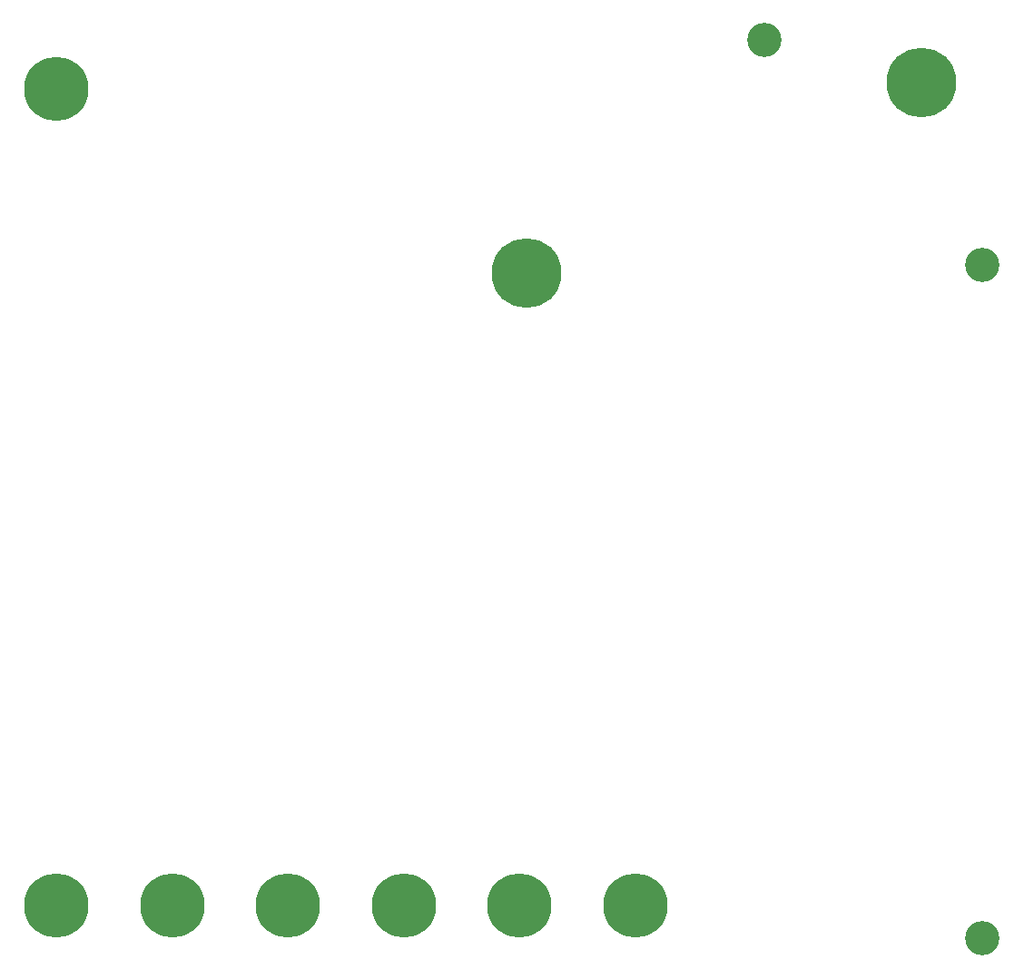
<source format=gts>
G04 #@! TF.GenerationSoftware,KiCad,Pcbnew,5.1.12-1.fc34*
G04 #@! TF.CreationDate,2022-01-17T20:52:51+01:00*
G04 #@! TF.ProjectId,lfo-panel,6c666f2d-7061-46e6-956c-2e6b69636164,rev?*
G04 #@! TF.SameCoordinates,Original*
G04 #@! TF.FileFunction,Soldermask,Top*
G04 #@! TF.FilePolarity,Negative*
%FSLAX46Y46*%
G04 Gerber Fmt 4.6, Leading zero omitted, Abs format (unit mm)*
G04 Created by KiCad (PCBNEW 5.1.12-1.fc34) date 2022-01-17 20:52:51*
%MOMM*%
%LPD*%
G01*
G04 APERTURE LIST*
%ADD10C,3.200000*%
%ADD11C,6.500000*%
%ADD12C,6.000000*%
G04 APERTURE END LIST*
D10*
X157480000Y-142240000D03*
X157480000Y-79375000D03*
X137160000Y-58420000D03*
D11*
X151805640Y-62349380D03*
X114975640Y-80129380D03*
D12*
X125095000Y-139194540D03*
X114300000Y-139194540D03*
X103505000Y-139194540D03*
X92710000Y-139194540D03*
X81915000Y-139194540D03*
X71120000Y-139194540D03*
X71120000Y-62994540D03*
M02*

</source>
